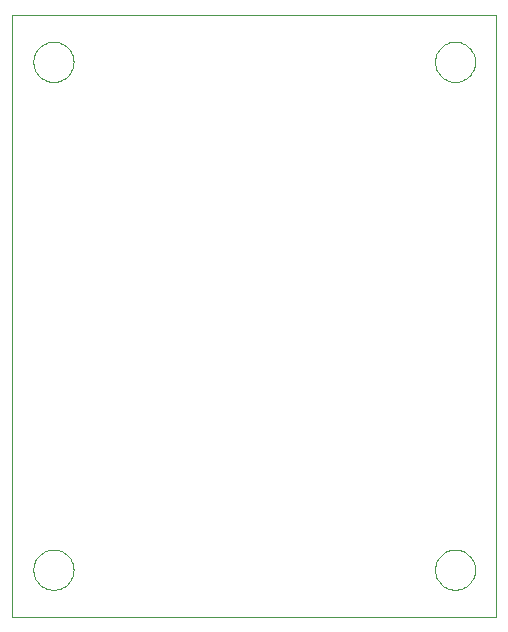
<source format=gko>
G04 EAGLE Gerber X2 export*
%TF.Part,Single*%
%TF.FileFunction,Other,Board Outline*%
%TF.FilePolarity,Positive*%
%TF.GenerationSoftware,Autodesk,EAGLE,9.1.3*%
%TF.CreationDate,2018-09-28T10:07:26Z*%
G75*
%MOIN*%
%FSLAX34Y34*%
%LPD*%
%AMOC8*
5,1,8,0,0,1.08239X$1,22.5*%
G01*
%ADD10C,0.000000*%


D10*
X16142Y0D02*
X0Y0D01*
X0Y20079D01*
X16142Y20079D01*
X16142Y0D01*
X14095Y1575D02*
X14097Y1626D01*
X14103Y1677D01*
X14113Y1727D01*
X14126Y1777D01*
X14144Y1825D01*
X14164Y1872D01*
X14189Y1917D01*
X14217Y1960D01*
X14248Y2001D01*
X14282Y2039D01*
X14319Y2074D01*
X14358Y2107D01*
X14400Y2137D01*
X14444Y2163D01*
X14490Y2185D01*
X14538Y2205D01*
X14587Y2220D01*
X14637Y2232D01*
X14687Y2240D01*
X14738Y2244D01*
X14790Y2244D01*
X14841Y2240D01*
X14891Y2232D01*
X14941Y2220D01*
X14990Y2205D01*
X15038Y2185D01*
X15084Y2163D01*
X15128Y2137D01*
X15170Y2107D01*
X15209Y2074D01*
X15246Y2039D01*
X15280Y2001D01*
X15311Y1960D01*
X15339Y1917D01*
X15364Y1872D01*
X15384Y1825D01*
X15402Y1777D01*
X15415Y1727D01*
X15425Y1677D01*
X15431Y1626D01*
X15433Y1575D01*
X15431Y1524D01*
X15425Y1473D01*
X15415Y1423D01*
X15402Y1373D01*
X15384Y1325D01*
X15364Y1278D01*
X15339Y1233D01*
X15311Y1190D01*
X15280Y1149D01*
X15246Y1111D01*
X15209Y1076D01*
X15170Y1043D01*
X15128Y1013D01*
X15084Y987D01*
X15038Y965D01*
X14990Y945D01*
X14941Y930D01*
X14891Y918D01*
X14841Y910D01*
X14790Y906D01*
X14738Y906D01*
X14687Y910D01*
X14637Y918D01*
X14587Y930D01*
X14538Y945D01*
X14490Y965D01*
X14444Y987D01*
X14400Y1013D01*
X14358Y1043D01*
X14319Y1076D01*
X14282Y1111D01*
X14248Y1149D01*
X14217Y1190D01*
X14189Y1233D01*
X14164Y1278D01*
X14144Y1325D01*
X14126Y1373D01*
X14113Y1423D01*
X14103Y1473D01*
X14097Y1524D01*
X14095Y1575D01*
X709Y1575D02*
X711Y1626D01*
X717Y1677D01*
X727Y1727D01*
X740Y1777D01*
X758Y1825D01*
X778Y1872D01*
X803Y1917D01*
X831Y1960D01*
X862Y2001D01*
X896Y2039D01*
X933Y2074D01*
X972Y2107D01*
X1014Y2137D01*
X1058Y2163D01*
X1104Y2185D01*
X1152Y2205D01*
X1201Y2220D01*
X1251Y2232D01*
X1301Y2240D01*
X1352Y2244D01*
X1404Y2244D01*
X1455Y2240D01*
X1505Y2232D01*
X1555Y2220D01*
X1604Y2205D01*
X1652Y2185D01*
X1698Y2163D01*
X1742Y2137D01*
X1784Y2107D01*
X1823Y2074D01*
X1860Y2039D01*
X1894Y2001D01*
X1925Y1960D01*
X1953Y1917D01*
X1978Y1872D01*
X1998Y1825D01*
X2016Y1777D01*
X2029Y1727D01*
X2039Y1677D01*
X2045Y1626D01*
X2047Y1575D01*
X2045Y1524D01*
X2039Y1473D01*
X2029Y1423D01*
X2016Y1373D01*
X1998Y1325D01*
X1978Y1278D01*
X1953Y1233D01*
X1925Y1190D01*
X1894Y1149D01*
X1860Y1111D01*
X1823Y1076D01*
X1784Y1043D01*
X1742Y1013D01*
X1698Y987D01*
X1652Y965D01*
X1604Y945D01*
X1555Y930D01*
X1505Y918D01*
X1455Y910D01*
X1404Y906D01*
X1352Y906D01*
X1301Y910D01*
X1251Y918D01*
X1201Y930D01*
X1152Y945D01*
X1104Y965D01*
X1058Y987D01*
X1014Y1013D01*
X972Y1043D01*
X933Y1076D01*
X896Y1111D01*
X862Y1149D01*
X831Y1190D01*
X803Y1233D01*
X778Y1278D01*
X758Y1325D01*
X740Y1373D01*
X727Y1423D01*
X717Y1473D01*
X711Y1524D01*
X709Y1575D01*
X709Y18504D02*
X711Y18555D01*
X717Y18606D01*
X727Y18656D01*
X740Y18706D01*
X758Y18754D01*
X778Y18801D01*
X803Y18846D01*
X831Y18889D01*
X862Y18930D01*
X896Y18968D01*
X933Y19003D01*
X972Y19036D01*
X1014Y19066D01*
X1058Y19092D01*
X1104Y19114D01*
X1152Y19134D01*
X1201Y19149D01*
X1251Y19161D01*
X1301Y19169D01*
X1352Y19173D01*
X1404Y19173D01*
X1455Y19169D01*
X1505Y19161D01*
X1555Y19149D01*
X1604Y19134D01*
X1652Y19114D01*
X1698Y19092D01*
X1742Y19066D01*
X1784Y19036D01*
X1823Y19003D01*
X1860Y18968D01*
X1894Y18930D01*
X1925Y18889D01*
X1953Y18846D01*
X1978Y18801D01*
X1998Y18754D01*
X2016Y18706D01*
X2029Y18656D01*
X2039Y18606D01*
X2045Y18555D01*
X2047Y18504D01*
X2045Y18453D01*
X2039Y18402D01*
X2029Y18352D01*
X2016Y18302D01*
X1998Y18254D01*
X1978Y18207D01*
X1953Y18162D01*
X1925Y18119D01*
X1894Y18078D01*
X1860Y18040D01*
X1823Y18005D01*
X1784Y17972D01*
X1742Y17942D01*
X1698Y17916D01*
X1652Y17894D01*
X1604Y17874D01*
X1555Y17859D01*
X1505Y17847D01*
X1455Y17839D01*
X1404Y17835D01*
X1352Y17835D01*
X1301Y17839D01*
X1251Y17847D01*
X1201Y17859D01*
X1152Y17874D01*
X1104Y17894D01*
X1058Y17916D01*
X1014Y17942D01*
X972Y17972D01*
X933Y18005D01*
X896Y18040D01*
X862Y18078D01*
X831Y18119D01*
X803Y18162D01*
X778Y18207D01*
X758Y18254D01*
X740Y18302D01*
X727Y18352D01*
X717Y18402D01*
X711Y18453D01*
X709Y18504D01*
X14095Y18504D02*
X14097Y18555D01*
X14103Y18606D01*
X14113Y18656D01*
X14126Y18706D01*
X14144Y18754D01*
X14164Y18801D01*
X14189Y18846D01*
X14217Y18889D01*
X14248Y18930D01*
X14282Y18968D01*
X14319Y19003D01*
X14358Y19036D01*
X14400Y19066D01*
X14444Y19092D01*
X14490Y19114D01*
X14538Y19134D01*
X14587Y19149D01*
X14637Y19161D01*
X14687Y19169D01*
X14738Y19173D01*
X14790Y19173D01*
X14841Y19169D01*
X14891Y19161D01*
X14941Y19149D01*
X14990Y19134D01*
X15038Y19114D01*
X15084Y19092D01*
X15128Y19066D01*
X15170Y19036D01*
X15209Y19003D01*
X15246Y18968D01*
X15280Y18930D01*
X15311Y18889D01*
X15339Y18846D01*
X15364Y18801D01*
X15384Y18754D01*
X15402Y18706D01*
X15415Y18656D01*
X15425Y18606D01*
X15431Y18555D01*
X15433Y18504D01*
X15431Y18453D01*
X15425Y18402D01*
X15415Y18352D01*
X15402Y18302D01*
X15384Y18254D01*
X15364Y18207D01*
X15339Y18162D01*
X15311Y18119D01*
X15280Y18078D01*
X15246Y18040D01*
X15209Y18005D01*
X15170Y17972D01*
X15128Y17942D01*
X15084Y17916D01*
X15038Y17894D01*
X14990Y17874D01*
X14941Y17859D01*
X14891Y17847D01*
X14841Y17839D01*
X14790Y17835D01*
X14738Y17835D01*
X14687Y17839D01*
X14637Y17847D01*
X14587Y17859D01*
X14538Y17874D01*
X14490Y17894D01*
X14444Y17916D01*
X14400Y17942D01*
X14358Y17972D01*
X14319Y18005D01*
X14282Y18040D01*
X14248Y18078D01*
X14217Y18119D01*
X14189Y18162D01*
X14164Y18207D01*
X14144Y18254D01*
X14126Y18302D01*
X14113Y18352D01*
X14103Y18402D01*
X14097Y18453D01*
X14095Y18504D01*
M02*

</source>
